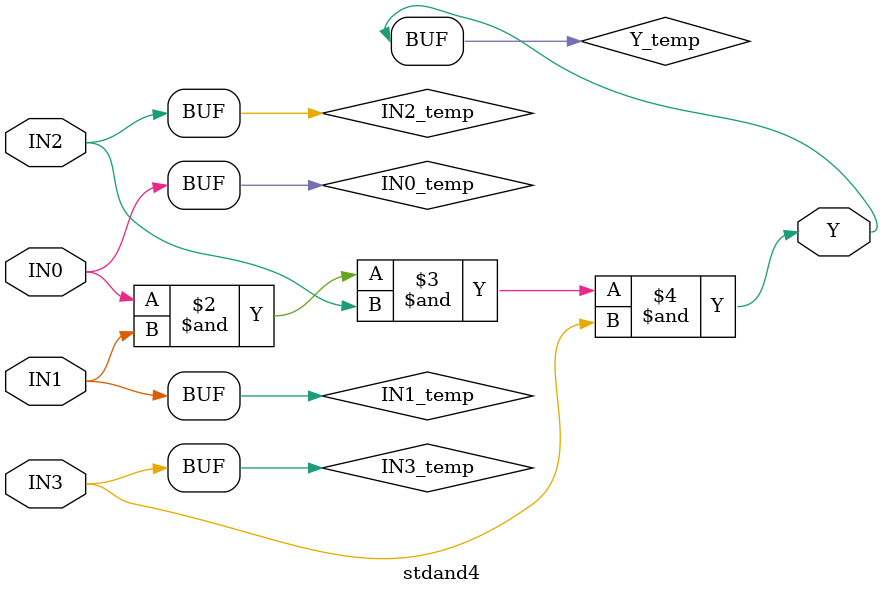
<source format=v>
module stdand4(IN0,IN1,IN2,IN3,Y);
  parameter
        d_IN0_r = 0,
        d_IN0_f = 0,
        d_IN1_r = 0,
        d_IN1_f = 0,
        d_IN2_r = 0,
        d_IN2_f = 0,
        d_IN3_r = 0,
        d_IN3_f = 0,
        d_Y_r = 1,
        d_Y_f = 1;
  input  IN0;
  input  IN1;
  input  IN2;
  input  IN3;
  output  Y;
  wire  IN0_temp;
  wire  IN1_temp;
  wire  IN2_temp;
  wire  IN3_temp;
  reg  Y_temp;
  assign #(d_IN0_r,d_IN0_f) IN0_temp = IN0;
  assign #(d_IN1_r,d_IN1_f) IN1_temp = IN1;
  assign #(d_IN2_r,d_IN2_f) IN2_temp = IN2;
  assign #(d_IN3_r,d_IN3_f) IN3_temp = IN3;
  assign #(d_Y_r,d_Y_f) Y = Y_temp;
  always
    @(IN0_temp or IN1_temp or IN2_temp or IN3_temp)
      begin
      Y_temp = (((IN0_temp & IN1_temp) & IN2_temp) & IN3_temp);
      end
endmodule

</source>
